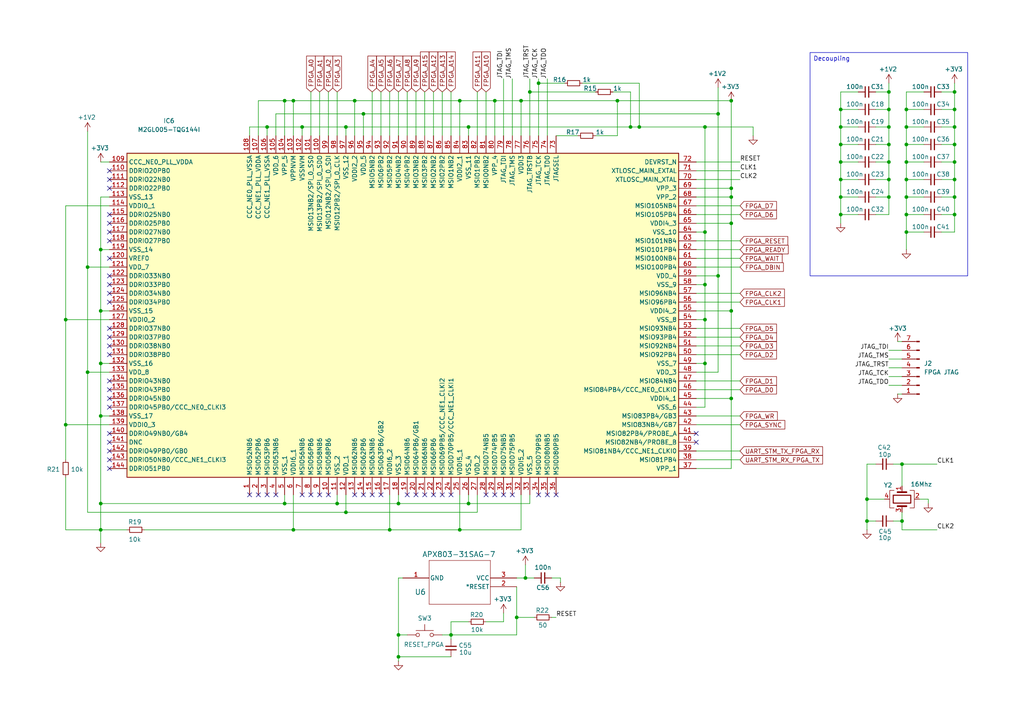
<source format=kicad_sch>
(kicad_sch (version 20250114) (generator "eeschema") (generator_version "9.0")
  (paper "A4")
  (text_box "Decoupling" (at 234.95 15.24 0) (size 45.72 64.77) (margins 0.9525 0.9525 0.9525 0.9525) (effects (font (size 1.27 1.27)) (justify left top)))
  (junction (at 85.09 29.21))
  (junction (at 257.81 52.07))
  (junction (at 85.09 153.67))
  (junction (at 243.84 57.15))
  (junction (at 212.09 115.57))
  (junction (at 133.35 153.67))
  (junction (at 251.46 144.78))
  (junction (at 212.09 90.17))
  (junction (at 262.89 41.91))
  (junction (at 29.21 72.39))
  (junction (at 25.4 77.47))
  (junction (at 19.05 123.19))
  (junction (at 243.84 62.23))
  (junction (at 97.79 146.05))
  (junction (at 243.84 41.91))
  (junction (at 19.05 92.71))
  (junction (at 29.21 146.05))
  (junction (at 257.81 31.75))
  (junction (at 29.21 90.17))
  (junction (at 262.89 31.75))
  (junction (at 276.86 46.99))
  (junction (at 135.89 36.83))
  (junction (at 100.33 36.83))
  (junction (at 115.57 146.05))
  (junction (at 261.62 151.13))
  (junction (at 257.81 57.15))
  (junction (at 29.21 105.41))
  (junction (at 276.86 57.15))
  (junction (at 243.84 31.75))
  (junction (at 276.86 26.67))
  (junction (at 185.42 36.83))
  (junction (at 262.89 46.99))
  (junction (at 243.84 36.83))
  (junction (at 257.81 36.83))
  (junction (at 102.87 29.21))
  (junction (at 276.86 52.07))
  (junction (at 208.28 80.01))
  (junction (at 179.07 29.21))
  (junction (at 25.4 107.95))
  (junction (at 257.81 26.67))
  (junction (at 87.63 36.83))
  (junction (at 135.89 146.05))
  (junction (at 204.47 92.71))
  (junction (at 276.86 41.91))
  (junction (at 105.41 33.02))
  (junction (at 212.09 54.61))
  (junction (at 212.09 57.15))
  (junction (at 212.09 64.77))
  (junction (at 156.21 24.13))
  (junction (at 262.89 62.23))
  (junction (at 29.21 120.65))
  (junction (at 204.47 36.83))
  (junction (at 276.86 31.75))
  (junction (at 115.57 184.15))
  (junction (at 276.86 62.23))
  (junction (at 153.67 26.67))
  (junction (at 243.84 52.07))
  (junction (at 151.13 29.21))
  (junction (at 251.46 151.13))
  (junction (at 130.81 184.15))
  (junction (at 262.89 67.31))
  (junction (at 133.35 29.21))
  (junction (at 115.57 190.5))
  (junction (at 262.89 57.15))
  (junction (at 262.89 52.07))
  (junction (at 204.47 105.41))
  (junction (at 82.55 29.21))
  (junction (at 257.81 41.91))
  (junction (at 143.51 29.21))
  (junction (at 208.28 33.02))
  (junction (at 243.84 46.99))
  (junction (at 77.47 36.83))
  (junction (at 204.47 67.31))
  (junction (at 149.86 179.07))
  (junction (at 152.4 167.64))
  (junction (at 182.88 36.83))
  (junction (at 262.89 36.83))
  (junction (at 113.03 153.67))
  (junction (at 261.62 134.62))
  (junction (at 82.55 146.05))
  (junction (at 276.86 36.83))
  (junction (at 212.09 29.21))
  (junction (at 29.21 153.67))
  (junction (at 257.81 46.99))
  (junction (at 204.47 82.55))
  (junction (at 100.33 148.59))
  (no_connect (at 125.73 143.51))
  (no_connect (at 87.63 143.51))
  (no_connect (at 31.75 69.85))
  (no_connect (at 143.51 143.51))
  (no_connect (at 90.17 143.51))
  (no_connect (at 92.71 143.51))
  (no_connect (at 201.93 128.27))
  (no_connect (at 74.93 143.51))
  (no_connect (at 31.75 128.27))
  (no_connect (at 31.75 85.09))
  (no_connect (at 146.05 143.51))
  (no_connect (at 72.39 143.51))
  (no_connect (at 123.19 143.51))
  (no_connect (at 31.75 113.03))
  (no_connect (at 31.75 62.23))
  (no_connect (at 31.75 54.61))
  (no_connect (at 161.29 143.51))
  (no_connect (at 31.75 80.01))
  (no_connect (at 128.27 143.51))
  (no_connect (at 31.75 74.93))
  (no_connect (at 31.75 82.55))
  (no_connect (at 102.87 143.51))
  (no_connect (at 31.75 118.11))
  (no_connect (at 95.25 143.51))
  (no_connect (at 77.47 143.51))
  (no_connect (at 31.75 64.77))
  (no_connect (at 107.95 143.51))
  (no_connect (at 158.75 143.51))
  (no_connect (at 110.49 143.51))
  (no_connect (at 31.75 97.79))
  (no_connect (at 148.59 143.51))
  (no_connect (at 120.65 143.51))
  (no_connect (at 105.41 143.51))
  (no_connect (at 31.75 125.73))
  (no_connect (at 31.75 102.87))
  (no_connect (at 156.21 143.51))
  (no_connect (at 31.75 87.63))
  (no_connect (at 31.75 100.33))
  (no_connect (at 31.75 130.81))
  (no_connect (at 201.93 125.73))
  (no_connect (at 31.75 52.07))
  (no_connect (at 80.01 143.51))
  (no_connect (at 140.97 143.51))
  (no_connect (at 31.75 49.53))
  (no_connect (at 31.75 110.49))
  (no_connect (at 31.75 133.35))
  (no_connect (at 118.11 143.51))
  (no_connect (at 130.81 143.51))
  (no_connect (at 31.75 67.31))
  (no_connect (at 31.75 95.25))
  (no_connect (at 31.75 135.89))
  (no_connect (at 31.75 115.57))
  (wire (pts (xy 243.84 31.75) (xy 248.92 31.75)))
  (wire (pts (xy 29.21 57.15) (xy 29.21 72.39)))
  (wire (pts (xy 273.05 57.15) (xy 276.86 57.15)))
  (wire (pts (xy 214.63 130.81) (xy 201.93 130.81)))
  (wire (pts (xy 257.81 24.13) (xy 257.81 26.67)))
  (wire (pts (xy 130.81 184.15) (xy 130.81 185.42)))
  (wire (pts (xy 133.35 29.21) (xy 133.35 39.37)))
  (wire (pts (xy 29.21 146.05) (xy 29.21 153.67)))
  (wire (pts (xy 113.03 153.67) (xy 85.09 153.67)))
  (wire (pts (xy 262.89 52.07) (xy 262.89 57.15)))
  (wire (pts (xy 257.81 106.68) (xy 261.62 106.68)))
  (wire (pts (xy 257.81 57.15) (xy 257.81 62.23)))
  (wire (pts (xy 29.21 120.65) (xy 31.75 120.65)))
  (wire (pts (xy 113.03 143.51) (xy 113.03 153.67)))
  (wire (pts (xy 201.93 92.71) (xy 204.47 92.71)))
  (wire (pts (xy 201.93 74.93) (xy 214.63 74.93)))
  (wire (pts (xy 25.4 77.47) (xy 31.75 77.47)))
  (wire (pts (xy 201.93 85.09) (xy 214.63 85.09)))
  (wire (pts (xy 135.89 39.37) (xy 135.89 36.83)))
  (wire (pts (xy 130.81 180.34) (xy 135.89 180.34)))
  (wire (pts (xy 261.62 134.62) (xy 261.62 140.97)))
  (wire (pts (xy 201.93 57.15) (xy 212.09 57.15)))
  (wire (pts (xy 25.4 107.95) (xy 31.75 107.95)))
  (wire (pts (xy 29.21 72.39) (xy 29.21 90.17)))
  (wire (pts (xy 243.84 46.99) (xy 248.92 46.99)))
  (wire (pts (xy 201.93 72.39) (xy 214.63 72.39)))
  (wire (pts (xy 201.93 118.11) (xy 204.47 118.11)))
  (wire (pts (xy 19.05 123.19) (xy 31.75 123.19)))
  (wire (pts (xy 257.81 109.22) (xy 261.62 109.22)))
  (wire (pts (xy 201.93 95.25) (xy 214.63 95.25)))
  (wire (pts (xy 151.13 143.51) (xy 151.13 153.67)))
  (wire (pts (xy 262.89 57.15) (xy 267.97 57.15)))
  (wire (pts (xy 204.47 36.83) (xy 218.44 36.83)))
  (wire (pts (xy 251.46 151.13) (xy 254 151.13)))
  (wire (pts (xy 19.05 153.67) (xy 29.21 153.67)))
  (wire (pts (xy 152.4 167.64) (xy 154.94 167.64)))
  (wire (pts (xy 257.81 104.14) (xy 261.62 104.14)))
  (wire (pts (xy 82.55 143.51) (xy 82.55 146.05)))
  (wire (pts (xy 82.55 29.21) (xy 85.09 29.21)))
  (wire (pts (xy 151.13 153.67) (xy 133.35 153.67)))
  (wire (pts (xy 273.05 41.91) (xy 276.86 41.91)))
  (wire (pts (xy 130.81 26.67) (xy 130.81 39.37)))
  (wire (pts (xy 201.93 67.31) (xy 204.47 67.31)))
  (wire (pts (xy 273.05 36.83) (xy 276.86 36.83)))
  (wire (pts (xy 204.47 105.41) (xy 204.47 92.71)))
  (wire (pts (xy 201.93 87.63) (xy 214.63 87.63)))
  (wire (pts (xy 92.71 26.67) (xy 92.71 39.37)))
  (wire (pts (xy 262.89 36.83) (xy 262.89 41.91)))
  (wire (pts (xy 204.47 118.11) (xy 204.47 105.41)))
  (wire (pts (xy 201.93 100.33) (xy 214.63 100.33)))
  (wire (pts (xy 82.55 39.37) (xy 82.55 29.21)))
  (wire (pts (xy 138.43 148.59) (xy 100.33 148.59)))
  (wire (pts (xy 102.87 29.21) (xy 102.87 39.37)))
  (wire (pts (xy 201.93 80.01) (xy 208.28 80.01)))
  (wire (pts (xy 261.62 151.13) (xy 261.62 153.67)))
  (wire (pts (xy 82.55 146.05) (xy 29.21 146.05)))
  (wire (pts (xy 243.84 36.83) (xy 248.92 36.83)))
  (wire (pts (xy 260.35 99.06) (xy 261.62 99.06)))
  (wire (pts (xy 97.79 146.05) (xy 82.55 146.05)))
  (wire (pts (xy 80.01 33.02) (xy 105.41 33.02)))
  (wire (pts (xy 243.84 57.15) (xy 248.92 57.15)))
  (wire (pts (xy 19.05 138.43) (xy 19.05 153.67)))
  (wire (pts (xy 118.11 26.67) (xy 118.11 39.37)))
  (wire (pts (xy 85.09 29.21) (xy 102.87 29.21)))
  (wire (pts (xy 261.62 151.13) (xy 259.08 151.13)))
  (wire (pts (xy 153.67 143.51) (xy 153.67 146.05)))
  (wire (pts (xy 262.89 57.15) (xy 262.89 62.23)))
  (wire (pts (xy 276.86 24.13) (xy 276.86 26.67)))
  (wire (pts (xy 262.89 46.99) (xy 267.97 46.99)))
  (wire (pts (xy 149.86 179.07) (xy 154.94 179.07)))
  (wire (pts (xy 153.67 26.67) (xy 172.72 26.67)))
  (wire (pts (xy 72.39 36.83) (xy 77.47 36.83)))
  (wire (pts (xy 273.05 52.07) (xy 276.86 52.07)))
  (wire (pts (xy 273.05 62.23) (xy 276.86 62.23)))
  (wire (pts (xy 115.57 184.15) (xy 118.11 184.15)))
  (wire (pts (xy 243.84 41.91) (xy 248.92 41.91)))
  (wire (pts (xy 276.86 36.83) (xy 276.86 41.91)))
  (wire (pts (xy 158.75 22.86) (xy 158.75 39.37)))
  (wire (pts (xy 201.93 69.85) (xy 214.63 69.85)))
  (wire (pts (xy 140.97 26.67) (xy 140.97 39.37)))
  (wire (pts (xy 105.41 33.02) (xy 105.41 39.37)))
  (wire (pts (xy 243.84 57.15) (xy 243.84 62.23)))
  (wire (pts (xy 251.46 144.78) (xy 251.46 151.13)))
  (wire (pts (xy 262.89 31.75) (xy 262.89 36.83)))
  (wire (pts (xy 201.93 77.47) (xy 214.63 77.47)))
  (wire (pts (xy 177.8 26.67) (xy 182.88 26.67)))
  (wire (pts (xy 254 57.15) (xy 257.81 57.15)))
  (wire (pts (xy 254 62.23) (xy 257.81 62.23)))
  (wire (pts (xy 100.33 39.37) (xy 100.33 36.83)))
  (wire (pts (xy 172.72 39.37) (xy 179.07 39.37)))
  (wire (pts (xy 25.4 107.95) (xy 25.4 148.59)))
  (wire (pts (xy 201.93 110.49) (xy 214.63 110.49)))
  (wire (pts (xy 262.89 62.23) (xy 267.97 62.23)))
  (wire (pts (xy 97.79 26.67) (xy 97.79 39.37)))
  (wire (pts (xy 276.86 62.23) (xy 276.86 67.31)))
  (wire (pts (xy 243.84 36.83) (xy 243.84 41.91)))
  (wire (pts (xy 41.91 153.67) (xy 85.09 153.67)))
  (wire (pts (xy 204.47 67.31) (xy 204.47 36.83)))
  (wire (pts (xy 201.93 135.89) (xy 212.09 135.89)))
  (wire (pts (xy 133.35 143.51) (xy 133.35 153.67)))
  (wire (pts (xy 168.91 24.13) (xy 185.42 24.13)))
  (wire (pts (xy 153.67 22.86) (xy 153.67 26.67)))
  (wire (pts (xy 19.05 59.69) (xy 19.05 92.71)))
  (wire (pts (xy 148.59 22.86) (xy 148.59 39.37)))
  (wire (pts (xy 115.57 146.05) (xy 97.79 146.05)))
  (wire (pts (xy 201.93 54.61) (xy 212.09 54.61)))
  (wire (pts (xy 204.47 82.55) (xy 204.47 67.31)))
  (wire (pts (xy 115.57 190.5) (xy 115.57 184.15)))
  (wire (pts (xy 115.57 167.64) (xy 116.84 167.64)))
  (wire (pts (xy 161.29 39.37) (xy 167.64 39.37)))
  (wire (pts (xy 153.67 26.67) (xy 153.67 39.37)))
  (wire (pts (xy 90.17 26.67) (xy 90.17 39.37)))
  (wire (pts (xy 262.89 41.91) (xy 262.89 46.99)))
  (wire (pts (xy 146.05 180.34) (xy 146.05 177.8)))
  (wire (pts (xy 212.09 57.15) (xy 212.09 54.61)))
  (wire (pts (xy 254 31.75) (xy 257.81 31.75)))
  (wire (pts (xy 95.25 26.67) (xy 95.25 39.37)))
  (wire (pts (xy 182.88 26.67) (xy 182.88 36.83)))
  (wire (pts (xy 262.89 26.67) (xy 262.89 31.75)))
  (wire (pts (xy 212.09 90.17) (xy 212.09 64.77)))
  (wire (pts (xy 87.63 39.37) (xy 87.63 36.83)))
  (wire (pts (xy 115.57 143.51) (xy 115.57 146.05)))
  (wire (pts (xy 208.28 33.02) (xy 208.28 80.01)))
  (wire (pts (xy 254 46.99) (xy 257.81 46.99)))
  (wire (pts (xy 257.81 52.07) (xy 257.81 57.15)))
  (wire (pts (xy 262.89 46.99) (xy 262.89 52.07)))
  (wire (pts (xy 243.84 41.91) (xy 243.84 46.99)))
  (wire (pts (xy 276.86 31.75) (xy 276.86 36.83)))
  (wire (pts (xy 162.56 167.64) (xy 162.56 168.91)))
  (wire (pts (xy 262.89 31.75) (xy 267.97 31.75)))
  (wire (pts (xy 201.93 115.57) (xy 212.09 115.57)))
  (wire (pts (xy 85.09 143.51) (xy 85.09 153.67)))
  (wire (pts (xy 85.09 39.37) (xy 85.09 29.21)))
  (wire (pts (xy 143.51 29.21) (xy 151.13 29.21)))
  (wire (pts (xy 80.01 39.37) (xy 80.01 33.02)))
  (wire (pts (xy 19.05 59.69) (xy 31.75 59.69)))
  (wire (pts (xy 273.05 46.99) (xy 276.86 46.99)))
  (wire (pts (xy 102.87 29.21) (xy 133.35 29.21)))
  (wire (pts (xy 29.21 153.67) (xy 29.21 157.48)))
  (wire (pts (xy 115.57 190.5) (xy 130.81 190.5)))
  (wire (pts (xy 133.35 29.21) (xy 143.51 29.21)))
  (wire (pts (xy 262.89 36.83) (xy 267.97 36.83)))
  (wire (pts (xy 77.47 36.83) (xy 87.63 36.83)))
  (wire (pts (xy 261.62 153.67) (xy 271.78 153.67)))
  (wire (pts (xy 254 52.07) (xy 257.81 52.07)))
  (wire (pts (xy 243.84 26.67) (xy 243.84 31.75)))
  (wire (pts (xy 251.46 144.78) (xy 251.46 134.62)))
  (wire (pts (xy 130.81 184.15) (xy 149.86 184.15)))
  (wire (pts (xy 182.88 36.83) (xy 185.42 36.83)))
  (wire (pts (xy 146.05 22.86) (xy 146.05 39.37)))
  (wire (pts (xy 149.86 184.15) (xy 149.86 179.07)))
  (wire (pts (xy 212.09 115.57) (xy 212.09 90.17)))
  (wire (pts (xy 25.4 148.59) (xy 100.33 148.59)))
  (wire (pts (xy 138.43 143.51) (xy 138.43 148.59)))
  (wire (pts (xy 212.09 29.21) (xy 212.09 54.61)))
  (wire (pts (xy 257.81 111.76) (xy 261.62 111.76)))
  (wire (pts (xy 156.21 24.13) (xy 156.21 39.37)))
  (wire (pts (xy 115.57 184.15) (xy 115.57 167.64)))
  (wire (pts (xy 149.86 167.64) (xy 152.4 167.64)))
  (wire (pts (xy 77.47 39.37) (xy 77.47 36.83)))
  (wire (pts (xy 276.86 57.15) (xy 276.86 62.23)))
  (wire (pts (xy 143.51 39.37) (xy 143.51 29.21)))
  (wire (pts (xy 107.95 26.67) (xy 107.95 39.37)))
  (wire (pts (xy 156.21 24.13) (xy 163.83 24.13)))
  (wire (pts (xy 74.93 29.21) (xy 82.55 29.21)))
  (wire (pts (xy 269.24 144.78) (xy 266.7 144.78)))
  (wire (pts (xy 201.93 90.17) (xy 212.09 90.17)))
  (wire (pts (xy 135.89 143.51) (xy 135.89 146.05)))
  (wire (pts (xy 218.44 36.83) (xy 218.44 39.37)))
  (wire (pts (xy 273.05 31.75) (xy 276.86 31.75)))
  (wire (pts (xy 267.97 26.67) (xy 262.89 26.67)))
  (wire (pts (xy 113.03 26.67) (xy 113.03 39.37)))
  (wire (pts (xy 261.62 134.62) (xy 271.78 134.62)))
  (wire (pts (xy 185.42 36.83) (xy 204.47 36.83)))
  (wire (pts (xy 135.89 36.83) (xy 182.88 36.83)))
  (wire (pts (xy 257.81 41.91) (xy 257.81 46.99)))
  (wire (pts (xy 115.57 191.77) (xy 115.57 190.5)))
  (wire (pts (xy 201.93 59.69) (xy 214.63 59.69)))
  (wire (pts (xy 254 26.67) (xy 257.81 26.67)))
  (wire (pts (xy 254 36.83) (xy 257.81 36.83)))
  (wire (pts (xy 262.89 52.07) (xy 267.97 52.07)))
  (wire (pts (xy 201.93 105.41) (xy 204.47 105.41)))
  (wire (pts (xy 262.89 67.31) (xy 262.89 72.39)))
  (wire (pts (xy 257.81 31.75) (xy 257.81 36.83)))
  (wire (pts (xy 201.93 97.79) (xy 214.63 97.79)))
  (wire (pts (xy 149.86 170.18) (xy 149.86 179.07)))
  (wire (pts (xy 160.02 167.64) (xy 162.56 167.64)))
  (wire (pts (xy 29.21 153.67) (xy 36.83 153.67)))
  (wire (pts (xy 29.21 46.99) (xy 31.75 46.99)))
  (wire (pts (xy 251.46 144.78) (xy 256.54 144.78)))
  (wire (pts (xy 201.93 102.87) (xy 214.63 102.87)))
  (wire (pts (xy 259.08 134.62) (xy 261.62 134.62)))
  (wire (pts (xy 212.09 135.89) (xy 212.09 115.57)))
  (wire (pts (xy 151.13 29.21) (xy 151.13 39.37)))
  (wire (pts (xy 105.41 33.02) (xy 208.28 33.02)))
  (wire (pts (xy 97.79 143.51) (xy 97.79 146.05)))
  (wire (pts (xy 31.75 72.39) (xy 29.21 72.39)))
  (wire (pts (xy 248.92 26.67) (xy 243.84 26.67)))
  (wire (pts (xy 276.86 41.91) (xy 276.86 46.99)))
  (wire (pts (xy 29.21 105.41) (xy 29.21 120.65)))
  (wire (pts (xy 31.75 90.17) (xy 29.21 90.17)))
  (wire (pts (xy 201.93 123.19) (xy 214.63 123.19)))
  (wire (pts (xy 19.05 123.19) (xy 19.05 133.35)))
  (wire (pts (xy 276.86 26.67) (xy 276.86 31.75)))
  (wire (pts (xy 156.21 22.86) (xy 156.21 24.13)))
  (wire (pts (xy 25.4 38.1) (xy 25.4 77.47)))
  (wire (pts (xy 179.07 29.21) (xy 212.09 29.21)))
  (wire (pts (xy 19.05 92.71) (xy 19.05 123.19)))
  (wire (pts (xy 185.42 24.13) (xy 185.42 36.83)))
  (wire (pts (xy 152.4 167.64) (xy 152.4 163.83)))
  (wire (pts (xy 260.35 114.3) (xy 261.62 114.3)))
  (wire (pts (xy 31.75 57.15) (xy 29.21 57.15)))
  (wire (pts (xy 100.33 148.59) (xy 100.33 143.51)))
  (wire (pts (xy 135.89 146.05) (xy 115.57 146.05)))
  (wire (pts (xy 201.93 52.07) (xy 214.63 52.07)))
  (wire (pts (xy 161.29 179.07) (xy 160.02 179.07)))
  (wire (pts (xy 201.93 133.35) (xy 214.63 133.35)))
  (wire (pts (xy 269.24 146.05) (xy 269.24 144.78)))
  (wire (pts (xy 201.93 120.65) (xy 214.63 120.65)))
  (wire (pts (xy 257.81 46.99) (xy 257.81 52.07)))
  (wire (pts (xy 257.81 101.6) (xy 261.62 101.6)))
  (wire (pts (xy 87.63 36.83) (xy 100.33 36.83)))
  (wire (pts (xy 201.93 62.23) (xy 214.63 62.23)))
  (wire (pts (xy 123.19 26.67) (xy 123.19 39.37)))
  (wire (pts (xy 138.43 26.67) (xy 138.43 39.37)))
  (wire (pts (xy 243.84 31.75) (xy 243.84 36.83)))
  (wire (pts (xy 29.21 90.17) (xy 29.21 105.41)))
  (wire (pts (xy 179.07 39.37) (xy 179.07 29.21)))
  (wire (pts (xy 120.65 26.67) (xy 120.65 39.37)))
  (wire (pts (xy 208.28 80.01) (xy 208.28 107.95)))
  (wire (pts (xy 243.84 52.07) (xy 243.84 57.15)))
  (wire (pts (xy 25.4 77.47) (xy 25.4 107.95)))
  (wire (pts (xy 243.84 62.23) (xy 248.92 62.23)))
  (wire (pts (xy 201.93 46.99) (xy 214.63 46.99)))
  (wire (pts (xy 243.84 62.23) (xy 243.84 64.77)))
  (wire (pts (xy 133.35 153.67) (xy 113.03 153.67)))
  (wire (pts (xy 262.89 62.23) (xy 262.89 67.31)))
  (wire (pts (xy 254 134.62) (xy 251.46 134.62)))
  (wire (pts (xy 201.93 49.53) (xy 214.63 49.53)))
  (wire (pts (xy 201.93 107.95) (xy 208.28 107.95)))
  (wire (pts (xy 29.21 146.05) (xy 29.21 120.65)))
  (wire (pts (xy 208.28 25.4) (xy 208.28 33.02)))
  (wire (pts (xy 19.05 92.71) (xy 31.75 92.71)))
  (wire (pts (xy 72.39 39.37) (xy 72.39 36.83)))
  (wire (pts (xy 204.47 92.71) (xy 204.47 82.55)))
  (wire (pts (xy 251.46 151.13) (xy 251.46 153.67)))
  (wire (pts (xy 262.89 41.91) (xy 267.97 41.91)))
  (wire (pts (xy 243.84 52.07) (xy 248.92 52.07)))
  (wire (pts (xy 31.75 105.41) (xy 29.21 105.41)))
  (wire (pts (xy 128.27 184.15) (xy 130.81 184.15)))
  (wire (pts (xy 140.97 180.34) (xy 146.05 180.34)))
  (wire (pts (xy 257.81 26.67) (xy 257.81 31.75)))
  (wire (pts (xy 128.27 26.67) (xy 128.27 39.37)))
  (wire (pts (xy 74.93 39.37) (xy 74.93 29.21)))
  (wire (pts (xy 201.93 64.77) (xy 212.09 64.77)))
  (wire (pts (xy 212.09 64.77) (xy 212.09 57.15)))
  (wire (pts (xy 243.84 46.99) (xy 243.84 52.07)))
  (wire (pts (xy 276.86 52.07) (xy 276.86 57.15)))
  (wire (pts (xy 257.81 36.83) (xy 257.81 41.91)))
  (wire (pts (xy 153.67 146.05) (xy 135.89 146.05)))
  (wire (pts (xy 201.93 113.03) (xy 214.63 113.03)))
  (wire (pts (xy 254 41.91) (xy 257.81 41.91)))
  (wire (pts (xy 125.73 26.67) (xy 125.73 39.37)))
  (wire (pts (xy 130.81 184.15) (xy 130.81 180.34)))
  (wire (pts (xy 151.13 29.21) (xy 179.07 29.21)))
  (wire (pts (xy 273.05 26.67) (xy 276.86 26.67)))
  (wire (pts (xy 115.57 26.67) (xy 115.57 39.37)))
  (wire (pts (xy 276.86 46.99) (xy 276.86 52.07)))
  (wire (pts (xy 267.97 67.31) (xy 262.89 67.31)))
  (wire (pts (xy 201.93 82.55) (xy 204.47 82.55)))
  (wire (pts (xy 261.62 148.59) (xy 261.62 151.13)))
  (wire (pts (xy 273.05 67.31) (xy 276.86 67.31)))
  (wire (pts (xy 110.49 26.67) (xy 110.49 39.37)))
  (wire (pts (xy 100.33 36.83) (xy 135.89 36.83)))
  (label "CLK1" (at 214.63 49.53 0))
  (label "RESET" (at 161.29 179.07 0))
  (label "CLK2" (at 271.78 153.67 0))
  (label "JTAG_TDO" (at 257.81 111.76 180))
  (label "JTAG_TDI" (at 146.05 22.86 90))
  (label "JTAG_TMS" (at 257.81 104.14 180))
  (label "JTAG_TDO" (at 158.75 22.86 90))
  (label "RESET" (at 214.63 46.99 0))
  (label "CLK1" (at 271.78 134.62 0))
  (label "JTAG_TDI" (at 257.81 101.6 180))
  (label "JTAG_TRST" (at 257.81 106.68 180))
  (label "JTAG_TRST" (at 153.67 22.86 90))
  (label "JTAG_TCK" (at 257.81 109.22 180))
  (label "JTAG_TCK" (at 156.21 22.86 90))
  (label "JTAG_TMS" (at 148.59 22.86 90))
  (label "CLK2" (at 214.63 52.07 0))
  (global_label "FPGA_WR" (shape input) (at 214.63 120.65 0) (property "Intersheetrefs" "${INTERSHEET_REFS}" (effects (hide yes))))
  (global_label "FPGA_SYNC" (shape input) (at 214.63 123.19 0) (property "Intersheetrefs" "${INTERSHEET_REFS}" (effects (hide yes))))
  (global_label "FPGA_A9" (shape input) (at 120.65 26.67 90) (property "Intersheetrefs" "${INTERSHEET_REFS}" (effects (hide yes))))
  (global_label "FPGA_A8" (shape input) (at 118.11 26.67 90) (property "Intersheetrefs" "${INTERSHEET_REFS}" (effects (hide yes))))
  (global_label "FPGA_D7" (shape input) (at 214.63 59.69 0) (property "Intersheetrefs" "${INTERSHEET_REFS}" (effects (hide yes))))
  (global_label "FPGA_RESET" (shape input) (at 214.63 69.85 0) (property "Intersheetrefs" "${INTERSHEET_REFS}" (effects (hide yes))))
  (global_label "FPGA_A5" (shape input) (at 110.49 26.67 90) (property "Intersheetrefs" "${INTERSHEET_REFS}" (effects (hide yes))))
  (global_label "UART_STM_RX_FPGA_TX" (shape input) (at 214.63 133.35 0) (property "Intersheetrefs" "${INTERSHEET_REFS}" (effects (hide yes))))
  (global_label "FPGA_A14" (shape input) (at 130.81 26.67 90) (property "Intersheetrefs" "${INTERSHEET_REFS}" (effects (hide yes))))
  (global_label "FPGA_A12" (shape input) (at 125.73 26.67 90) (property "Intersheetrefs" "${INTERSHEET_REFS}" (effects (hide yes))))
  (global_label "UART_STM_TX_FPGA_RX" (shape input) (at 214.63 130.81 0) (property "Intersheetrefs" "${INTERSHEET_REFS}" (effects (hide yes))))
  (global_label "FPGA_D6" (shape input) (at 214.63 62.23 0) (property "Intersheetrefs" "${INTERSHEET_REFS}" (effects (hide yes))))
  (global_label "FPGA_D3" (shape input) (at 214.63 100.33 0) (property "Intersheetrefs" "${INTERSHEET_REFS}" (effects (hide yes))))
  (global_label "FPGA_A7" (shape input) (at 115.57 26.67 90) (property "Intersheetrefs" "${INTERSHEET_REFS}" (effects (hide yes))))
  (global_label "FPGA_A13" (shape input) (at 128.27 26.67 90) (property "Intersheetrefs" "${INTERSHEET_REFS}" (effects (hide yes))))
  (global_label "FPGA_A1" (shape input) (at 92.71 26.67 90) (property "Intersheetrefs" "${INTERSHEET_REFS}" (effects (hide yes))))
  (global_label "FPGA_D1" (shape input) (at 214.63 110.49 0) (property "Intersheetrefs" "${INTERSHEET_REFS}" (effects (hide yes))))
  (global_label "FPGA_A0" (shape input) (at 90.17 26.67 90) (property "Intersheetrefs" "${INTERSHEET_REFS}" (effects (hide yes))))
  (global_label "FPGA_A3" (shape input) (at 97.79 26.67 90) (property "Intersheetrefs" "${INTERSHEET_REFS}" (effects (hide yes))))
  (global_label "FPGA_D0" (shape input) (at 214.63 113.03 0) (property "Intersheetrefs" "${INTERSHEET_REFS}" (effects (hide yes))))
  (global_label "FPGA_A15" (shape input) (at 123.19 26.67 90) (property "Intersheetrefs" "${INTERSHEET_REFS}" (effects (hide yes))))
  (global_label "FPGA_D2" (shape input) (at 214.63 102.87 0) (property "Intersheetrefs" "${INTERSHEET_REFS}" (effects (hide yes))))
  (global_label "FPGA_WAIT" (shape input) (at 214.63 74.93 0) (property "Intersheetrefs" "${INTERSHEET_REFS}" (effects (hide yes))))
  (global_label "FPGA_A10" (shape input) (at 140.97 26.67 90) (property "Intersheetrefs" "${INTERSHEET_REFS}" (effects (hide yes))))
  (global_label "FPGA_CLK2" (shape input) (at 214.63 85.09 0) (property "Intersheetrefs" "${INTERSHEET_REFS}" (effects (hide yes))))
  (global_label "FPGA_A2" (shape input) (at 95.25 26.67 90) (property "Intersheetrefs" "${INTERSHEET_REFS}" (effects (hide yes))))
  (global_label "FPGA_A6" (shape input) (at 113.03 26.67 90) (property "Intersheetrefs" "${INTERSHEET_REFS}" (effects (hide yes))))
  (global_label "FPGA_D4" (shape input) (at 214.63 97.79 0) (property "Intersheetrefs" "${INTERSHEET_REFS}" (effects (hide yes))))
  (global_label "FPGA_D5" (shape input) (at 214.63 95.25 0) (property "Intersheetrefs" "${INTERSHEET_REFS}" (effects (hide yes))))
  (global_label "FPGA_A11" (shape input) (at 138.43 26.67 90) (property "Intersheetrefs" "${INTERSHEET_REFS}" (effects (hide yes))))
  (global_label "FPGA_DBIN" (shape input) (at 214.63 77.47 0) (property "Intersheetrefs" "${INTERSHEET_REFS}" (effects (hide yes))))
  (global_label "FPGA_READY" (shape input) (at 214.63 72.39 0) (property "Intersheetrefs" "${INTERSHEET_REFS}" (effects (hide yes))))
  (global_label "FPGA_A4" (shape input) (at 107.95 26.67 90) (property "Intersheetrefs" "${INTERSHEET_REFS}" (effects (hide yes))))
  (global_label "FPGA_CLK1" (shape input) (at 214.63 87.63 0) (property "Intersheetrefs" "${INTERSHEET_REFS}" (effects (hide yes))))
  (symbol (lib_id "Device:C_Small") (at 251.46 41.91 90) (unit 1)
    (property "Reference" "C21" (at 254.508 40.386 90))
    (property "Value" "100n" (at 247.904 40.386 90))
    (property "Footprint" "Capacitor_SMD:C_0805_2012Metric_Pad1.18x1.45mm_HandSolder" (effects (hide yes)))
    (property "Mouser Part Number" "187-CL21B104KBCNNND" (effects (hide yes)))
  )
  (symbol (lib_id "Device:R_Small") (at 170.18 39.37 90) (unit 1)
    (property "Reference" "R17" (at 166.116 38.354 90))
    (property "Value" "1k" (at 173.99 38.354 90))
    (property "Footprint" "Resistor_SMD:R_0805_2012Metric_Pad1.20x1.40mm_HandSolder" (effects (hide yes)))
    (property "Mouser Part Number" "603-RT0805FRE071KL" (effects (hide yes)))
  )
  (symbol (lib_id "Device:C_Small") (at 270.51 46.99 90) (unit 1)
    (property "Reference" "C37" (at 273.558 45.466 90))
    (property "Value" "100n" (at 266.954 45.466 90))
    (property "Footprint" "Capacitor_SMD:C_0805_2012Metric_Pad1.18x1.45mm_HandSolder" (effects (hide yes)))
    (property "Mouser Part Number" "187-CL21B104KBCNNND" (effects (hide yes)))
  )
  (symbol (lib_id "Device:C_Small") (at 270.51 67.31 90) (unit 1)
    (property "Reference" "C41" (at 273.558 65.786 90))
    (property "Value" "100n" (at 266.954 65.786 90))
    (property "Footprint" "Capacitor_SMD:C_0805_2012Metric_Pad1.18x1.45mm_HandSolder" (effects (hide yes)))
    (property "Mouser Part Number" "187-CL21B104KBCNNND" (effects (hide yes)))
  )
  (symbol (lib_id "power:GND") (at 162.56 168.91 0) (unit 1)
    (property "Reference" "#PWR091" (effects (hide yes)))
    (property "Value" "GND" (effects (hide yes)))
  )
  (symbol (lib_id "M2GL005-TQG144I:M2GL005-TQG144I") (at 72.39 143.51 90) (unit 1)
    (property "Reference" "IC6" (at 49.022 35.052 90))
    (property "Value" "M2GL005-TQG144I" (at 49.022 37.592 90))
    (property "Footprint" "Project components:QFP50P2200X2200X160-144N" (effects (hide yes)))
    (property "Datasheet" "https://ww1.microchip.com/downloads/aemDocuments/documents/FPGA/ProductDocuments/SoC/m2gl_ds0124_pin_info_v6.pdf" (effects (hide yes)))
    (property "Description" "FPGA IGLOO2 Family 6060 Cells 65nm Technology 3.3V 144-Pin TQFP" (effects (hide yes)))
    (property "Height" "1.6" (effects (hide yes)))
    (property "Mouser Part Number" "494-M2GL005-TQG144I" (effects (hide yes)))
    (property "Mouser Price/Stock" "https://www.mouser.co.uk/ProductDetail/Microchip-Technology/M2GL005-TQG144I?qs=et9FEJD5S1bzIffnfdzlZQ%3D%3D" (effects (hide yes)))
    (property "Manufacturer_Name" "Microchip" (effects (hide yes)))
    (property "Manufacturer_Part_Number" "M2GL005-TQG144I" (effects (hide yes)))
  )
  (symbol (lib_id "Device:C_Small") (at 251.46 46.99 90) (unit 1)
    (property "Reference" "C22" (at 254.508 45.466 90))
    (property "Value" "100n" (at 247.904 45.466 90))
    (property "Footprint" "Capacitor_SMD:C_0805_2012Metric_Pad1.18x1.45mm_HandSolder" (effects (hide yes)))
    (property "Mouser Part Number" "187-CL21B104KBCNNND" (effects (hide yes)))
  )
  (symbol (lib_id "stm32-mcs4-memory-emulator-v2-rescue:+3.3V-power") (at 276.86 24.13 0) (unit 1)
    (property "Reference" "#PWR085" (effects (hide yes)))
    (property "Value" "+3V3" (at 276.606 20.066 0))
  )
  (symbol (lib_name "GND_1") (lib_id "power:GND") (at 251.46 153.67 0) (unit 1)
    (property "Reference" "#PWR014" (effects (hide yes)))
    (property "Value" "GND" (effects (hide yes)))
    (property "Description" "Power symbol creates a global label with name \"GND\" , ground" (effects (hide yes)))
  )
  (symbol (lib_id "Device:R_Small") (at 39.37 153.67 90) (unit 1)
    (property "Reference" "R19" (at 39.116 151.384 90))
    (property "Value" "10k" (at 39.116 156.464 90))
    (property "Footprint" "Resistor_SMD:R_0805_2012Metric_Pad1.20x1.40mm_HandSolder" (effects (hide yes)))
    (property "Mouser Part Number" "603-RT0805DRD0710KL" (effects (hide yes)))
  )
  (symbol (lib_id "stm32-mcs4-memory-emulator-v2-rescue:+3.3V-power") (at 152.4 163.83 0) (unit 1)
    (property "Reference" "#PWR089" (effects (hide yes)))
    (property "Value" "+3V3" (at 152.146 159.766 0))
  )
  (symbol (lib_id "Device:C_Small") (at 130.81 187.96 180) (unit 1)
    (property "Reference" "C55" (at 136.906 187.198 0) (effects (justify left)))
    (property "Value" "10u" (at 136.906 189.23 0) (effects (justify left)))
    (property "Footprint" "Capacitor_SMD:C_0805_2012Metric_Pad1.18x1.45mm_HandSolder" (effects (hide yes)))
    (property "Mouser Part Number" "187-CL21A106KAYNNNF" (effects (hide yes)))
  )
  (symbol (lib_id "stm32-mcs4-memory-emulator-v2-rescue:+3.3V-power") (at 25.4 38.1 0) (unit 1)
    (property "Reference" "#PWR053" (effects (hide yes)))
    (property "Value" "+1V2" (at 25.146 34.036 0))
  )
  (symbol (lib_id "Device:C_Small") (at 251.46 26.67 90) (unit 1)
    (property "Reference" "C31" (at 254.508 25.146 90))
    (property "Value" "100n" (at 247.904 25.146 90))
    (property "Footprint" "Capacitor_SMD:C_0805_2012Metric_Pad1.18x1.45mm_HandSolder" (effects (hide yes)))
    (property "Mouser Part Number" "187-CL21B104KBCNNND" (effects (hide yes)))
  )
  (symbol (lib_id "stm32-mcs4-memory-emulator-v2-rescue:+3.3V-power") (at 208.28 25.4 0) (unit 1)
    (property "Reference" "#PWR054" (effects (hide yes)))
    (property "Value" "+1V2" (at 208.026 21.336 0))
  )
  (symbol (lib_id "Device:C_Small") (at 270.51 26.67 90) (unit 1)
    (property "Reference" "C33" (at 273.558 25.146 90))
    (property "Value" "100n" (at 266.954 25.146 90))
    (property "Footprint" "Capacitor_SMD:C_0805_2012Metric_Pad1.18x1.45mm_HandSolder" (effects (hide yes)))
    (property "Mouser Part Number" "187-CL21B104KBCNNND" (effects (hide yes)))
  )
  (symbol (lib_id "Device:R_Small") (at 138.43 180.34 90) (unit 1)
    (property "Reference" "R20" (at 140.208 178.308 90) (effects (justify left)))
    (property "Value" "10k" (at 140.208 182.626 90) (effects (justify left)))
    (property "Footprint" "Resistor_SMD:R_0805_2012Metric_Pad1.20x1.40mm_HandSolder" (effects (hide yes)))
    (property "Mouser Part Number" "603-RT0805DRD0710KL" (effects (hide yes)))
  )
  (symbol (lib_id "power:GND") (at 243.84 64.77 0) (unit 1)
    (property "Reference" "#PWR090" (effects (hide yes)))
    (property "Value" "GND" (effects (hide yes)))
  )
  (symbol (lib_id "Switch:SW_Push") (at 123.19 184.15 0) (unit 1)
    (property "Reference" "SW3" (at 123.19 179.324 0))
    (property "Value" "RESET_FPGA" (at 122.936 186.944 0))
    (property "Footprint" "Project components:435451019820" (effects (hide yes)))
    (property "Description" "Push button switch, generic, two pins" (effects (hide yes)))
    (property "Mouser Part Number" "710-435451019820" (effects (hide yes)))
  )
  (symbol (lib_id "Device:C_Small") (at 270.51 57.15 90) (unit 1)
    (property "Reference" "C39" (at 273.558 55.626 90))
    (property "Value" "100n" (at 266.954 55.626 90))
    (property "Footprint" "Capacitor_SMD:C_0805_2012Metric_Pad1.18x1.45mm_HandSolder" (effects (hide yes)))
    (property "Mouser Part Number" "187-CL21B104KBCNNND" (effects (hide yes)))
  )
  (symbol (lib_id "power:GND") (at 262.89 72.39 0) (unit 1)
    (property "Reference" "#PWR084" (effects (hide yes)))
    (property "Value" "GND" (effects (hide yes)))
  )
  (symbol (lib_id "Device:Crystal_GND24") (at 261.62 144.78 270) (unit 1)
    (property "Reference" "Y2" (at 257.556 140.716 90))
    (property "Value" "16Mhz" (at 267.208 140.462 90))
    (property "Footprint" "Crystal:Crystal_SMD_2016-4Pin_2.0x1.6mm" (effects (hide yes)))
    (property "Mouser Part Number" "81-XRCGB16M000FXN02R" (effects (hide yes)))
  )
  (symbol (lib_id "Device:R_Small") (at 19.05 135.89 180) (unit 1)
    (property "Reference" "R21" (at 15.494 136.144 0))
    (property "Value" "10k" (at 22.352 136.144 0))
    (property "Footprint" "Resistor_SMD:R_0805_2012Metric_Pad1.20x1.40mm_HandSolder" (effects (hide yes)))
    (property "Mouser Part Number" "603-RT0805DRD0710KL" (effects (hide yes)))
  )
  (symbol (lib_id "Device:C_Small") (at 251.46 31.75 90) (unit 1)
    (property "Reference" "C18" (at 254.508 30.226 90))
    (property "Value" "100n" (at 247.904 30.226 90))
    (property "Footprint" "Capacitor_SMD:C_0805_2012Metric_Pad1.18x1.45mm_HandSolder" (effects (hide yes)))
    (property "Mouser Part Number" "187-CL21B104KBCNNND" (effects (hide yes)))
  )
  (symbol (lib_id "Device:C_Small") (at 251.46 57.15 90) (unit 1)
    (property "Reference" "C24" (at 254.508 55.626 90))
    (property "Value" "100n" (at 247.904 55.626 90))
    (property "Footprint" "Capacitor_SMD:C_0805_2012Metric_Pad1.18x1.45mm_HandSolder" (effects (hide yes)))
    (property "Mouser Part Number" "187-CL21B104KBCNNND" (effects (hide yes)))
  )
  (symbol (lib_id "power:GND") (at 218.44 39.37 0) (unit 1)
    (property "Reference" "#PWR020" (effects (hide yes)))
    (property "Value" "GND" (effects (hide yes)))
  )
  (symbol (lib_id "Connector:Conn_01x07_Pin") (at 266.7 106.68 180) (unit 1)
    (property "Reference" "J2" (at 267.97 105.4099 0) (effects (justify right)))
    (property "Value" "FPGA JTAG" (at 267.97 107.9499 0) (effects (justify right)))
    (property "Footprint" "Connector_PinHeader_2.54mm:PinHeader_1x07_P2.54mm_Vertical" (effects (hide yes)))
    (property "Description" "Generic connector, single row, 01x07, script generated" (effects (hide yes)))
    (property "Mouser Part Number" "649-1012937990701BLF" (effects (hide yes)))
  )
  (symbol (lib_id "Device:R_Small") (at 157.48 179.07 90) (unit 1)
    (property "Reference" "R22" (at 159.258 177.038 90) (effects (justify left)))
    (property "Value" "50" (at 158.75 181.356 90) (effects (justify left)))
    (property "Footprint" "Resistor_SMD:R_0603_1608Metric_Pad0.98x0.95mm_HandSolder" (effects (hide yes)))
    (property "Mouser Part Number" "603-RT0603BRE0750RL" (effects (hide yes)))
  )
  (symbol (lib_id "Device:C_Small") (at 270.51 41.91 90) (unit 1)
    (property "Reference" "C36" (at 273.558 40.386 90))
    (property "Value" "100n" (at 266.954 40.386 90))
    (property "Footprint" "Capacitor_SMD:C_0805_2012Metric_Pad1.18x1.45mm_HandSolder" (effects (hide yes)))
    (property "Mouser Part Number" "187-CL21B104KBCNNND" (effects (hide yes)))
  )
  (symbol (lib_id "Device:R_Small") (at 175.26 26.67 90) (unit 1)
    (property "Reference" "R15" (at 171.196 25.654 90))
    (property "Value" "1k" (at 179.07 25.654 90))
    (property "Footprint" "Resistor_SMD:R_0805_2012Metric_Pad1.20x1.40mm_HandSolder" (effects (hide yes)))
    (property "Mouser Part Number" "603-RT0805FRE071KL" (effects (hide yes)))
  )
  (symbol (lib_id "Device:C_Small") (at 251.46 52.07 90) (unit 1)
    (property "Reference" "C23" (at 254.508 50.546 90))
    (property "Value" "100n" (at 247.904 50.546 90))
    (property "Footprint" "Capacitor_SMD:C_0805_2012Metric_Pad1.18x1.45mm_HandSolder" (effects (hide yes)))
    (property "Mouser Part Number" "187-CL21B104KBCNNND" (effects (hide yes)))
  )
  (symbol (lib_id "Device:C_Small") (at 270.51 52.07 90) (unit 1)
    (property "Reference" "C38" (at 273.558 50.546 90))
    (property "Value" "100n" (at 266.954 50.546 90))
    (property "Footprint" "Capacitor_SMD:C_0805_2012Metric_Pad1.18x1.45mm_HandSolder" (effects (hide yes)))
    (property "Mouser Part Number" "187-CL21B104KBCNNND" (effects (hide yes)))
  )
  (symbol (lib_id "Device:C_Small") (at 270.51 62.23 90) (unit 1)
    (property "Reference" "C40" (at 273.558 60.706 90))
    (property "Value" "100n" (at 266.954 60.706 90))
    (property "Footprint" "Capacitor_SMD:C_0805_2012Metric_Pad1.18x1.45mm_HandSolder" (effects (hide yes)))
    (property "Mouser Part Number" "187-CL21B104KBCNNND" (effects (hide yes)))
  )
  (symbol (lib_id "power:GND") (at 115.57 191.77 0) (unit 1)
    (property "Reference" "#PWR088" (effects (hide yes)))
    (property "Value" "GND" (effects (hide yes)))
  )
  (symbol (lib_id "power:GND") (at 260.35 114.3 0) (unit 1)
    (property "Reference" "#PWR082" (effects (hide yes)))
    (property "Value" "GND" (effects (hide yes)))
  )
  (symbol (lib_id "Device:C_Small") (at 256.54 151.13 270) (unit 1)
    (property "Reference" "C45" (at 254.762 154.178 90) (effects (justify left)))
    (property "Value" "10p" (at 254.762 155.956 90) (effects (justify left)))
    (property "Footprint" "Capacitor_SMD:C_0402_1005Metric_Pad0.74x0.62mm_HandSolder" (effects (hide yes)))
    (property "Mouser Part Number" "603-CC402JRNPO8BN100" (effects (hide yes)))
  )
  (symbol (lib_id "Device:R_Small") (at 166.37 24.13 90) (unit 1)
    (property "Reference" "R16" (at 162.306 23.114 90))
    (property "Value" "1k" (at 170.18 23.114 90))
    (property "Footprint" "Resistor_SMD:R_0805_2012Metric_Pad1.20x1.40mm_HandSolder" (effects (hide yes)))
    (property "Mouser Part Number" "603-RT0805FRE071KL" (effects (hide yes)))
  )
  (symbol (lib_id "Device:C_Small") (at 251.46 36.83 90) (unit 1)
    (property "Reference" "C19" (at 254.508 35.306 90))
    (property "Value" "100n" (at 247.904 35.306 90))
    (property "Footprint" "Capacitor_SMD:C_0805_2012Metric_Pad1.18x1.45mm_HandSolder" (effects (hide yes)))
    (property "Mouser Part Number" "187-CL21B104KBCNNND" (effects (hide yes)))
  )
  (symbol (lib_id "stm32-mcs4-memory-emulator-v2-rescue:+3.3V-power") (at 260.35 99.06 0) (unit 1)
    (property "Reference" "#PWR068" (effects (hide yes)))
    (property "Value" "+3V3" (at 260.35 95.25 0))
  )
  (symbol (lib_id "stm32-mcs4-memory-emulator-v2-rescue:+3.3V-power") (at 212.09 29.21 0) (unit 1)
    (property "Reference" "#PWR055" (effects (hide yes)))
    (property "Value" "+3V3" (at 211.836 25.146 0))
  )
  (symbol (lib_id "Device:C_Small") (at 157.48 167.64 90) (unit 1)
    (property "Reference" "C56" (at 157.48 170.434 90))
    (property "Value" "100n" (at 157.48 164.592 90))
    (property "Footprint" "Capacitor_SMD:C_0805_2012Metric_Pad1.18x1.45mm_HandSolder" (effects (hide yes)))
    (property "Mouser Part Number" "187-CL21B104KBCNNND" (effects (hide yes)))
  )
  (symbol (lib_id "APX803-31SAG-7:APX803-31SAG-7") (at 124.46 167.64 0) (unit 1)
    (property "Reference" "U6" (at 121.92 171.704 0) (effects (font (size 1.524 1.524))))
    (property "Value" "APX803-31SAG-7" (at 133.096 160.782 0) (effects (font (size 1.524 1.524))))
    (property "Footprint" "Package_TO_SOT_SMD:SOT-23-3" (effects (hide yes)))
    (property "Datasheet" "APX803-31SAG-7" (effects (hide yes)))
    (property "Mouser Part Number" "621-APX803-31SAG-7 " (effects (hide yes)))
  )
  (symbol (lib_id "power:GND") (at 29.21 157.48 0) (unit 1)
    (property "Reference" "#PWR04" (effects (hide yes)))
    (property "Value" "GND" (effects (hide yes)))
  )
  (symbol (lib_id "Device:C_Small") (at 270.51 31.75 90) (unit 1)
    (property "Reference" "C34" (at 273.558 30.226 90))
    (property "Value" "100n" (at 266.954 30.226 90))
    (property "Footprint" "Capacitor_SMD:C_0805_2012Metric_Pad1.18x1.45mm_HandSolder" (effects (hide yes)))
    (property "Mouser Part Number" "187-CL21B104KBCNNND" (effects (hide yes)))
  )
  (symbol (lib_id "stm32-mcs4-memory-emulator-v2-rescue:+3.3V-power") (at 29.21 46.99 0) (unit 1)
    (property "Reference" "#PWR079" (effects (hide yes)))
    (property "Value" "+3V3" (at 28.956 42.926 0))
  )
  (symbol (lib_id "Device:C_Small") (at 256.54 134.62 270) (unit 1)
    (property "Reference" "C42" (at 254.508 129.794 90) (effects (justify left)))
    (property "Value" "10p" (at 254.762 131.826 90) (effects (justify left)))
    (property "Footprint" "Capacitor_SMD:C_0402_1005Metric_Pad0.74x0.62mm_HandSolder" (effects (hide yes)))
    (property "Mouser Part Number" "603-CC402JRNPO8BN100" (effects (hide yes)))
  )
  (symbol (lib_id "Device:C_Small") (at 251.46 62.23 90) (unit 1)
    (property "Reference" "C32" (at 254.508 60.706 90))
    (property "Value" "100n" (at 247.904 60.706 90))
    (property "Footprint" "Capacitor_SMD:C_0805_2012Metric_Pad1.18x1.45mm_HandSolder" (effects (hide yes)))
    (property "Mouser Part Number" "187-CL21B104KBCNNND" (effects (hide yes)))
  )
  (symbol (lib_name "GND_1") (lib_id "power:GND") (at 269.24 146.05 0) (unit 1)
    (property "Reference" "#PWR070" (effects (hide yes)))
    (property "Value" "GND" (effects (hide yes)))
    (property "Description" "Power symbol creates a global label with name \"GND\" , ground" (effects (hide yes)))
  )
  (symbol (lib_id "stm32-mcs4-memory-emulator-v2-rescue:+3.3V-power") (at 146.05 177.8 0) (unit 1)
    (property "Reference" "#PWR092" (effects (hide yes)))
    (property "Value" "+3V3" (at 145.796 173.736 0))
  )
  (symbol (lib_id "Device:C_Small") (at 270.51 36.83 90) (unit 1)
    (property "Reference" "C35" (at 273.558 35.306 90))
    (property "Value" "100n" (at 266.954 35.306 90))
    (property "Footprint" "Capacitor_SMD:C_0805_2012Metric_Pad1.18x1.45mm_HandSolder" (effects (hide yes)))
    (property "Mouser Part Number" "187-CL21B104KBCNNND" (effects (hide yes)))
  )
  (symbol (lib_id "stm32-mcs4-memory-emulator-v2-rescue:+3.3V-power") (at 257.81 24.13 0) (unit 1)
    (property "Reference" "#PWR083" (effects (hide yes)))
    (property "Value" "+1V2" (at 257.556 20.066 0))
  )
)
</source>
